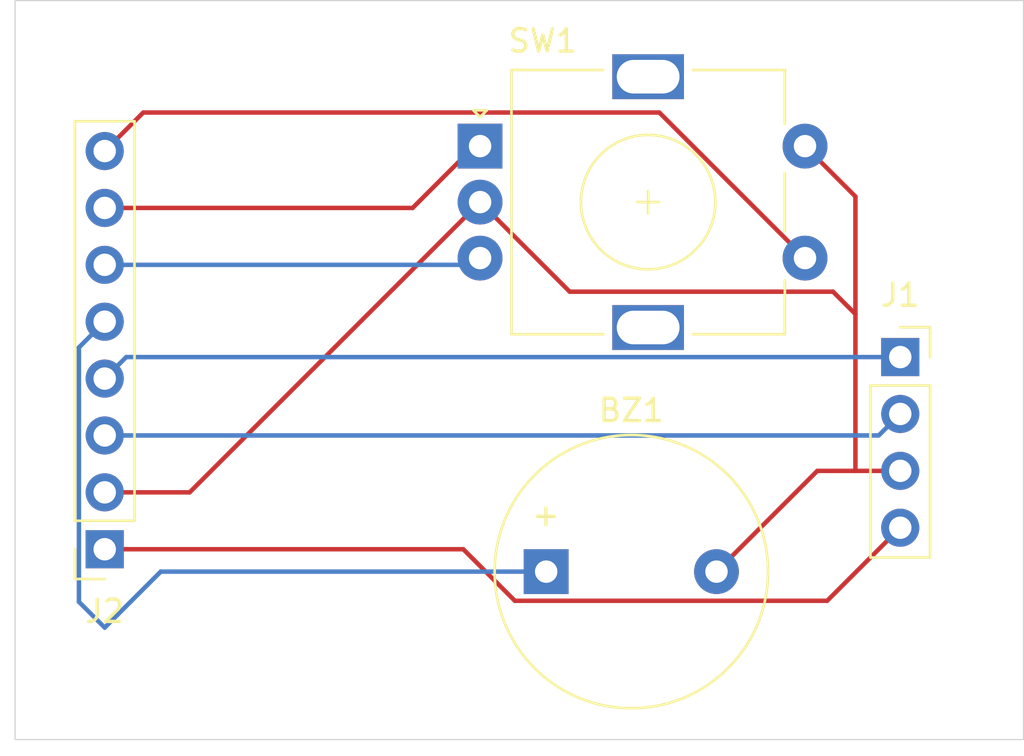
<source format=kicad_pcb>
(kicad_pcb (version 20241229) (generator "pcbnew") (generator_version "9.0")
  (layers (0 "F.Cu" signal) (2 "B.Cu" signal) (13 "F.Paste" user) (15 "B.Paste" user) (5 "F.SilkS" user "F.Silkscreen") (7 "B.SilkS" user "B.Silkscreen") (1 "F.Mask" user) (3 "B.Mask" user) (25 "Edge.Cuts" user))
  (net 0 "")
  (net 1 "Net-(BZ1-+)")
  (net 2 "Net-(BZ1--)")
  (net 3 "Net-(J1-Pin_2)")
  (net 4 "Net-(J1-Pin_1)")
  (net 5 "Net-(J1-Pin_4)")
  (net 6 "Net-(J2-Pin_6)")
  (net 7 "Net-(J2-Pin_7)")
  (net 8 "Net-(J2-Pin_8)")
  (footprint "Connector_PinSocket_2.54mm:PinSocket_1x08_P2.54mm_Vertical" (layer "F.Cu") (at 30.5 49 180)
    (property "Reference" "J2" (at 0 -2.77 0) (layer "F.SilkS"))
    (property "Value" "Conn_01x08")
    (fp_line (start 1.33 1.27) (end 1.33 19.11) (stroke (width 0.12)) (layer "F.SilkS"))
    (fp_line (start 1.33 -1.33) (end 1.33 0) (stroke (width 0.12)) (layer "F.SilkS"))
    (fp_line (start 0 -1.33) (end 1.33 -1.33) (stroke (width 0.12)) (layer "F.SilkS"))
    (fp_line (start -1.33 19.11) (end 1.33 19.11) (stroke (width 0.12)) (layer "F.SilkS"))
    (fp_line (start -1.33 1.27) (end 1.33 1.27) (stroke (width 0.12)) (layer "F.SilkS"))
    (fp_line (start -1.33 1.27) (end -1.33 19.11) (stroke (width 0.12)) (layer "F.SilkS"))
    (pad "1" thru_hole rect (at 0 0 180) (size 1.7 1.7) (drill 1) (layers "*.Cu" "*.Mask") (net 5 "Net-(J1-Pin_4)"))
    (pad "2" thru_hole oval (at 0 2.54 180) (size 1.7 1.7) (drill 1) (layers "*.Cu" "*.Mask") (net 2 "Net-(BZ1--)"))
    (pad "3" thru_hole oval (at 0 5.08 180) (size 1.7 1.7) (drill 1) (layers "*.Cu" "*.Mask") (net 3 "Net-(J1-Pin_2)"))
    (pad "4" thru_hole oval (at 0 7.62 180) (size 1.7 1.7) (drill 1) (layers "*.Cu" "*.Mask") (net 4 "Net-(J1-Pin_1)"))
    (pad "5" thru_hole oval (at 0 10.16 180) (size 1.7 1.7) (drill 1) (layers "*.Cu" "*.Mask") (net 1 "Net-(BZ1-+)"))
    (pad "6" thru_hole oval (at 0 12.7 180) (size 1.7 1.7) (drill 1) (layers "*.Cu" "*.Mask") (net 6 "Net-(J2-Pin_6)"))
    (pad "7" thru_hole oval (at 0 15.24 180) (size 1.7 1.7) (drill 1) (layers "*.Cu" "*.Mask") (net 7 "Net-(J2-Pin_7)"))
    (pad "8" thru_hole oval (at 0 17.78 180) (size 1.7 1.7) (drill 1) (layers "*.Cu" "*.Mask") (net 8 "Net-(J2-Pin_8)"))
  )
  (footprint "Connector_PinSocket_2.54mm:PinSocket_1x04_P2.54mm_Vertical" (layer "F.Cu") (at 66 40.42)
    (property "Reference" "J1" (at 0 -2.77 0) (layer "F.SilkS"))
    (property "Value" "Conn_01x04")
    (fp_line (start -1.33 1.27) (end -1.33 8.95) (stroke (width 0.12)) (layer "F.SilkS"))
    (fp_line (start -1.33 1.27) (end 1.33 1.27) (stroke (width 0.12)) (layer "F.SilkS"))
    (fp_line (start -1.33 8.95) (end 1.33 8.95) (stroke (width 0.12)) (layer "F.SilkS"))
    (fp_line (start 0 -1.33) (end 1.33 -1.33) (stroke (width 0.12)) (layer "F.SilkS"))
    (fp_line (start 1.33 -1.33) (end 1.33 0) (stroke (width 0.12)) (layer "F.SilkS"))
    (fp_line (start 1.33 1.27) (end 1.33 8.95) (stroke (width 0.12)) (layer "F.SilkS"))
    (pad "1" thru_hole rect (at 0 0) (size 1.7 1.7) (drill 1) (layers "*.Cu" "*.Mask") (net 4 "Net-(J1-Pin_1)"))
    (pad "2" thru_hole oval (at 0 2.54) (size 1.7 1.7) (drill 1) (layers "*.Cu" "*.Mask") (net 3 "Net-(J1-Pin_2)"))
    (pad "3" thru_hole oval (at 0 5.08) (size 1.7 1.7) (drill 1) (layers "*.Cu" "*.Mask") (net 2 "Net-(BZ1--)"))
    (pad "4" thru_hole oval (at 0 7.62) (size 1.7 1.7) (drill 1) (layers "*.Cu" "*.Mask") (net 5 "Net-(J1-Pin_4)"))
  )
  (footprint "Rotary_Encoder:RotaryEncoder_Alps_EC11E-Switch_Vertical_H20mm" (layer "F.Cu") (at 47.25 31)
    (property "Reference" "SW1" (at 2.8 -4.7 0) (layer "F.SilkS"))
    (property "Value" "RotaryEncoder_Switch")
    (fp_line (start -0.3 -1.6) (end 0.3 -1.6) (stroke (width 0.12)) (layer "F.SilkS"))
    (fp_line (start 0 -1.3) (end -0.3 -1.6) (stroke (width 0.12)) (layer "F.SilkS"))
    (fp_line (start 0.3 -1.6) (end 0 -1.3) (stroke (width 0.12)) (layer "F.SilkS"))
    (fp_line (start 1.4 -3.4) (end 1.4 8.4) (stroke (width 0.12)) (layer "F.SilkS"))
    (fp_line (start 5.5 -3.4) (end 1.4 -3.4) (stroke (width 0.12)) (layer "F.SilkS"))
    (fp_line (start 5.5 8.4) (end 1.4 8.4) (stroke (width 0.12)) (layer "F.SilkS"))
    (fp_line (start 7 2.5) (end 8 2.5) (stroke (width 0.12)) (layer "F.SilkS"))
    (fp_line (start 7.5 2) (end 7.5 3) (stroke (width 0.12)) (layer "F.SilkS"))
    (fp_line (start 9.5 -3.4) (end 13.6 -3.4) (stroke (width 0.12)) (layer "F.SilkS"))
    (fp_line (start 13.6 -3.4) (end 13.6 -1) (stroke (width 0.12)) (layer "F.SilkS"))
    (fp_line (start 13.6 1.2) (end 13.6 3.8) (stroke (width 0.12)) (layer "F.SilkS"))
    (fp_line (start 13.6 6) (end 13.6 8.4) (stroke (width 0.12)) (layer "F.SilkS"))
    (fp_line (start 13.6 8.4) (end 9.5 8.4) (stroke (width 0.12)) (layer "F.SilkS"))
    (fp_circle (center 7.5 2.5) (end 10.5 2.5) (stroke (width 0.12)) (fill no) (layer "F.SilkS"))
    (pad "A" thru_hole rect (at 0 0) (size 2 2) (drill 1) (layers "*.Cu" "*.Mask") (net 7 "Net-(J2-Pin_7)"))
    (pad "B" thru_hole circle (at 0 5) (size 2 2) (drill 1) (layers "*.Cu" "*.Mask") (net 6 "Net-(J2-Pin_6)"))
    (pad "C" thru_hole circle (at 0 2.5) (size 2 2) (drill 1) (layers "*.Cu" "*.Mask") (net 2 "Net-(BZ1--)"))
    (pad "MP" thru_hole rect (at 7.5 -3.1) (size 3.2 2) (drill oval 2.8 1.5) (layers "*.Cu" "*.Mask"))
    (pad "MP" thru_hole rect (at 7.5 8.1) (size 3.2 2) (drill oval 2.8 1.5) (layers "*.Cu" "*.Mask"))
    (pad "S1" thru_hole circle (at 14.5 5) (size 2 2) (drill 1) (layers "*.Cu" "*.Mask") (net 8 "Net-(J2-Pin_8)"))
    (pad "S2" thru_hole circle (at 14.5 0) (size 2 2) (drill 1) (layers "*.Cu" "*.Mask") (net 2 "Net-(BZ1--)"))
  )
  (footprint "Buzzer_Beeper:Buzzer_12x9.5RM7.6" (layer "F.Cu") (at 50.2 50)
    (property "Reference" "BZ1" (at 3.8 -7.2 0) (layer "F.SilkS"))
    (property "Value" "Buzzer")
    (fp_circle (center 3.8 0) (end 9.9 0) (stroke (width 0.12)) (fill no) (layer "F.SilkS"))
    (fp_text user "+" (at -0.01 -2.54 0) (layer "F.SilkS"))
    (pad "1" thru_hole rect (at 0 0) (size 2 2) (drill 1) (layers "*.Cu" "*.Mask") (net 1 "Net-(BZ1-+)"))
    (pad "2" thru_hole circle (at 7.6 0) (size 2 2) (drill 1) (layers "*.Cu" "*.Mask") (net 2 "Net-(BZ1--)"))
  )
  (gr_rect (start 26.5 24.5) (end 71.5 57.5) (stroke (width 0.05)) (fill no) (layer "Edge.Cuts"))
  (segment (start 33 50) (end 50.2 50) (width 0.2) (layer "B.Cu") (net 1))
  (segment (start 30.5 52.5) (end 33 50) (width 0.2) (layer "B.Cu") (net 1))
  (segment (start 29.349 39.991) (end 29.349 51.349) (width 0.2) (layer "B.Cu") (net 1))
  (segment (start 30.5 38.84) (end 29.349 39.991) (width 0.2) (layer "B.Cu") (net 1))
  (segment (start 29.349 51.349) (end 30.5 52.5) (width 0.2) (layer "B.Cu") (net 1))
  (segment (start 64 38.5) (end 63 37.5) (width 0.2) (layer "F.Cu") (net 2))
  (segment (start 47.25 33.5) (end 34.29 46.46) (width 0.2) (layer "F.Cu") (net 2))
  (segment (start 51.25 37.5) (end 47.25 33.5) (width 0.2) (layer "F.Cu") (net 2))
  (segment (start 63 37.5) (end 51.25 37.5) (width 0.2) (layer "F.Cu") (net 2))
  (segment (start 34.29 46.46) (end 30.5 46.46) (width 0.2) (layer "F.Cu") (net 2))
  (segment (start 61.75 31) (end 64 33.25) (width 0.2) (layer "F.Cu") (net 2))
  (segment (start 57.8 50) (end 62.3 45.5) (width 0.2) (layer "F.Cu") (net 2))
  (segment (start 64 38.5) (end 64 45.5) (width 0.2) (layer "F.Cu") (net 2))
  (segment (start 64 33.25) (end 64 38.5) (width 0.2) (layer "F.Cu") (net 2))
  (segment (start 62.3 45.5) (end 64 45.5) (width 0.2) (layer "F.Cu") (net 2))
  (segment (start 64 45.5) (end 66 45.5) (width 0.2) (layer "F.Cu") (net 2))
  (segment (start 66 42.96) (end 65.04 43.92) (width 0.2) (layer "B.Cu") (net 3))
  (segment (start 65.04 43.92) (end 30.5 43.92) (width 0.2) (layer "B.Cu") (net 3))
  (segment (start 31.46 40.42) (end 66 40.42) (width 0.2) (layer "B.Cu") (net 4))
  (segment (start 30.5 41.38) (end 31.46 40.42) (width 0.2) (layer "B.Cu") (net 4))
  (segment (start 30.5 49) (end 46.5 49) (width 0.2) (layer "F.Cu") (net 5))
  (segment (start 62.739 51.301) (end 66 48.04) (width 0.2) (layer "F.Cu") (net 5))
  (segment (start 46.5 49) (end 48.801 51.301) (width 0.2) (layer "F.Cu") (net 5))
  (segment (start 48.801 51.301) (end 62.739 51.301) (width 0.2) (layer "F.Cu") (net 5))
  (segment (start 30.5 36.3) (end 46.95 36.3) (width 0.2) (layer "B.Cu") (net 6))
  (segment (start 46.95 36.3) (end 47.25 36) (width 0.2) (layer "B.Cu") (net 6))
  (segment (start 47 31) (end 47.25 31) (width 0.2) (layer "F.Cu") (net 7))
  (segment (start 44.24 33.76) (end 47 31) (width 0.2) (layer "F.Cu") (net 7))
  (segment (start 30.5 33.76) (end 44.24 33.76) (width 0.2) (layer "F.Cu") (net 7))
  (segment (start 30.5 31.22) (end 32.22 29.5) (width 0.2) (layer "F.Cu") (net 8))
  (segment (start 55.25 29.5) (end 61.75 36) (width 0.2) (layer "F.Cu") (net 8))
  (segment (start 32.22 29.5) (end 55.25 29.5) (width 0.2) (layer "F.Cu") (net 8))
)
</source>
